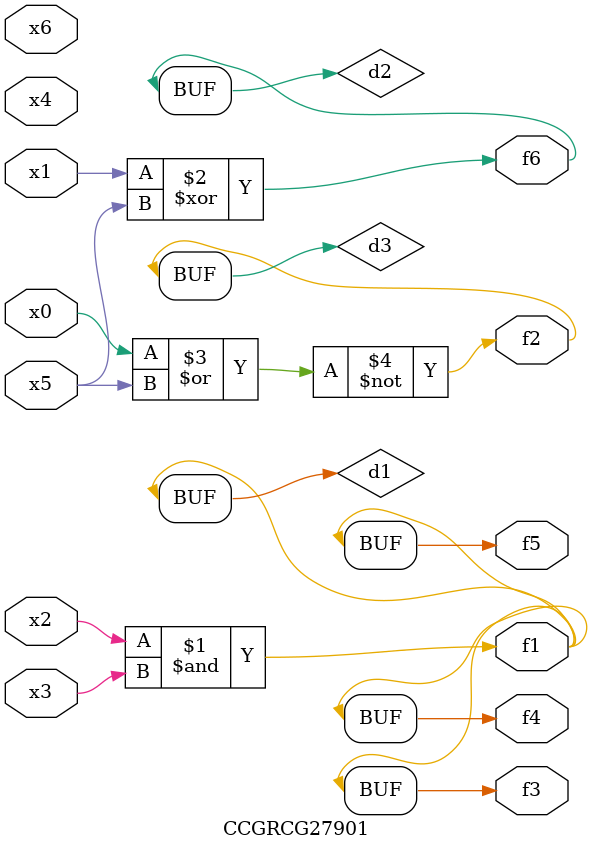
<source format=v>
module CCGRCG27901(
	input x0, x1, x2, x3, x4, x5, x6,
	output f1, f2, f3, f4, f5, f6
);

	wire d1, d2, d3;

	and (d1, x2, x3);
	xor (d2, x1, x5);
	nor (d3, x0, x5);
	assign f1 = d1;
	assign f2 = d3;
	assign f3 = d1;
	assign f4 = d1;
	assign f5 = d1;
	assign f6 = d2;
endmodule

</source>
